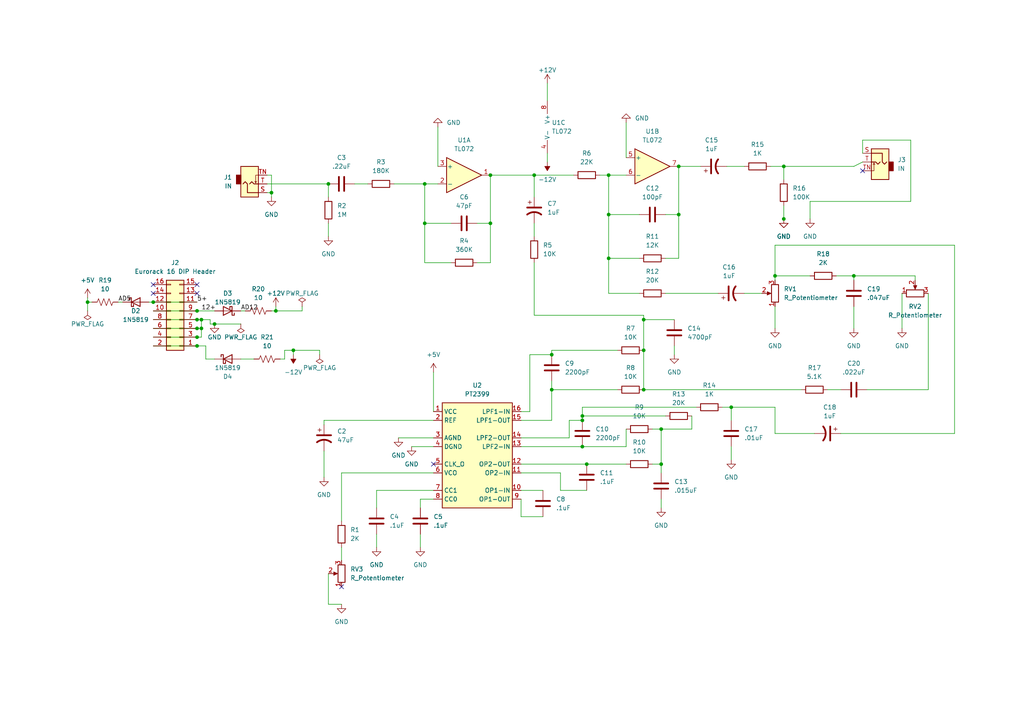
<source format=kicad_sch>
(kicad_sch (version 20230121) (generator eeschema)
  (paper "A4")
  (title_block (title "Delay Michael Nelson") (date "2023-01-19") (rev "v1") (comment 9 "Author: Michael Nelson"))
  (lib_symbols
    (symbol "Amplifier_Operational:TL072" (pin_names (offset 0.127))
      (property "Reference" "U" (at 0 5.08 0))
      (property "Value" "TL072" (at 0 -5.08 0))
      (symbol "TL072_1_1"
        (polyline (pts (xy -5.08 5.08) (xy 5.08 0) (xy -5.08 -5.08) (xy -5.08 5.08)) (stroke (width 0.254)) (fill (type background)))
        (pin output line (at 7.62 0 180) (length 2.54) (name "~") (number "1"))
        (pin input line (at -7.62 -2.54 0) (length 2.54) (name "-") (number "2"))
        (pin input line (at -7.62 2.54 0) (length 2.54) (name "+") (number "3"))
      )
      (symbol "TL072_2_1"
        (polyline (pts (xy -5.08 5.08) (xy 5.08 0) (xy -5.08 -5.08) (xy -5.08 5.08)) (stroke (width 0.254)) (fill (type background)))
        (pin input line (at -7.62 2.54 0) (length 2.54) (name "+") (number "5"))
        (pin input line (at -7.62 -2.54 0) (length 2.54) (name "-") (number "6"))
        (pin output line (at 7.62 0 180) (length 2.54) (name "~") (number "7"))
      )
      (symbol "TL072_3_1"
        (pin power_in line (at -2.54 -7.62 90) (length 3.81) (name "V-") (number "4"))
        (pin power_in line (at -2.54 7.62 270) (length 3.81) (name "V+") (number "8"))
      )
    )
    (symbol "Audio:PT2399"
      (property "Reference" "U" (at 0 17.78 0))
      (property "Value" "PT2399" (at 0 -17.78 0))
      (symbol "PT2399_0_1"
        (rectangle (start -10.16 15.24) (end 10.16 -15.24) (stroke (width 0.254)) (fill (type background)))
      )
      (symbol "PT2399_1_1"
        (pin power_in line (at -12.7 12.7 0) (length 2.54) (name "VCC") (number "1"))
        (pin input line (at 12.7 -10.16 180) (length 2.54) (name "OP1-IN") (number "10"))
        (pin input line (at 12.7 -5.08 180) (length 2.54) (name "OP2-IN") (number "11"))
        (pin output line (at 12.7 -2.54 180) (length 2.54) (name "OP2-OUT") (number "12"))
        (pin input line (at 12.7 2.54 180) (length 2.54) (name "LPF2-IN") (number "13"))
        (pin output line (at 12.7 5.08 180) (length 2.54) (name "LPF2-OUT") (number "14"))
        (pin output line (at 12.7 10.16 180) (length 2.54) (name "LPF1-OUT") (number "15"))
        (pin input line (at 12.7 12.7 180) (length 2.54) (name "LPF1-IN") (number "16"))
        (pin passive line (at -12.7 10.16 0) (length 2.54) (name "REF") (number "2"))
        (pin power_in line (at -12.7 5.08 0) (length 2.54) (name "AGND") (number "3"))
        (pin power_in line (at -12.7 2.54 0) (length 2.54) (name "DGND") (number "4"))
        (pin passive line (at -12.7 -2.54 0) (length 2.54) (name "CLK_O") (number "5"))
        (pin passive line (at -12.7 -5.08 0) (length 2.54) (name "VCO") (number "6"))
        (pin passive line (at -12.7 -10.16 0) (length 2.54) (name "CC1") (number "7"))
        (pin passive line (at -12.7 -12.7 0) (length 2.54) (name "CC0") (number "8"))
        (pin output line (at 12.7 -12.7 180) (length 2.54) (name "OP1-OUT") (number "9"))
      )
    )
    (symbol "Connector:AudioJack2_SwitchT"
      (property "Reference" "J" (at 0 8.89 0))
      (property "Value" "AudioJack2_SwitchT" (at 0 6.35 0))
      (symbol "AudioJack2_SwitchT_0_1"
        (rectangle (start -2.54 0) (end -3.81 -2.54) (stroke (width 0.254)) (fill (type outline)))
        (polyline (pts (xy 1.778 -0.254) (xy 2.032 -0.762)))
        (polyline (pts (xy 0 0) (xy 0.635 -0.635) (xy 1.27 0) (xy 2.54 0)) (stroke (width 0.254)))
        (polyline (pts (xy 2.54 -2.54) (xy 1.778 -2.54) (xy 1.778 -0.254) (xy 1.524 -0.762)))
        (polyline (pts (xy 2.54 2.54) (xy -0.635 2.54) (xy -0.635 0) (xy -1.27 -0.635) (xy -1.905 0)) (stroke (width 0.254)))
        (rectangle (start 2.54 3.81) (end -2.54 -5.08) (stroke (width 0.254)) (fill (type background)))
      )
      (symbol "AudioJack2_SwitchT_1_1"
        (pin passive line (at 5.08 2.54 180) (length 2.54) (name "~") (number "S"))
        (pin passive line (at 5.08 0 180) (length 2.54) (name "~") (number "T"))
        (pin passive line (at 5.08 -2.54 180) (length 2.54) (name "~") (number "TN"))
      )
    )
    (symbol "Connector_Generic:Conn_02x08_Odd_Even" (pin_names (offset 1.016) hide)
      (property "Reference" "J" (at 1.27 10.16 0))
      (property "Value" "Conn_02x08_Odd_Even" (at 1.27 -12.7 0))
      (symbol "Conn_02x08_Odd_Even_1_1"
        (rectangle (start -1.27 -10.033) (end 0 -10.287) (stroke (width 0.1524)))
        (rectangle (start -1.27 -7.493) (end 0 -7.747) (stroke (width 0.1524)))
        (rectangle (start -1.27 -4.953) (end 0 -5.207) (stroke (width 0.1524)))
        (rectangle (start -1.27 -2.413) (end 0 -2.667) (stroke (width 0.1524)))
        (rectangle (start -1.27 0.127) (end 0 -0.127) (stroke (width 0.1524)))
        (rectangle (start -1.27 2.667) (end 0 2.413) (stroke (width 0.1524)))
        (rectangle (start -1.27 5.207) (end 0 4.953) (stroke (width 0.1524)))
        (rectangle (start -1.27 7.747) (end 0 7.493) (stroke (width 0.1524)))
        (rectangle (start -1.27 8.89) (end 3.81 -11.43) (stroke (width 0.254)) (fill (type background)))
        (rectangle (start 3.81 -10.033) (end 2.54 -10.287) (stroke (width 0.1524)))
        (rectangle (start 3.81 -7.493) (end 2.54 -7.747) (stroke (width 0.1524)))
        (rectangle (start 3.81 -4.953) (end 2.54 -5.207) (stroke (width 0.1524)))
        (rectangle (start 3.81 -2.413) (end 2.54 -2.667) (stroke (width 0.1524)))
        (rectangle (start 3.81 0.127) (end 2.54 -0.127) (stroke (width 0.1524)))
        (rectangle (start 3.81 2.667) (end 2.54 2.413) (stroke (width 0.1524)))
        (rectangle (start 3.81 5.207) (end 2.54 4.953) (stroke (width 0.1524)))
        (rectangle (start 3.81 7.747) (end 2.54 7.493) (stroke (width 0.1524)))
        (pin passive line (at -5.08 7.62 0) (length 3.81) (name "Pin_1") (number "1"))
        (pin passive line (at 7.62 -2.54 180) (length 3.81) (name "Pin_10") (number "10"))
        (pin passive line (at -5.08 -5.08 0) (length 3.81) (name "Pin_11") (number "11"))
        (pin passive line (at 7.62 -5.08 180) (length 3.81) (name "Pin_12") (number "12"))
        (pin passive line (at -5.08 -7.62 0) (length 3.81) (name "Pin_13") (number "13"))
        (pin passive line (at 7.62 -7.62 180) (length 3.81) (name "Pin_14") (number "14"))
        (pin passive line (at -5.08 -10.16 0) (length 3.81) (name "Pin_15") (number "15"))
        (pin passive line (at 7.62 -10.16 180) (length 3.81) (name "Pin_16") (number "16"))
        (pin passive line (at 7.62 7.62 180) (length 3.81) (name "Pin_2") (number "2"))
        (pin passive line (at -5.08 5.08 0) (length 3.81) (name "Pin_3") (number "3"))
        (pin passive line (at 7.62 5.08 180) (length 3.81) (name "Pin_4") (number "4"))
        (pin passive line (at -5.08 2.54 0) (length 3.81) (name "Pin_5") (number "5"))
        (pin passive line (at 7.62 2.54 180) (length 3.81) (name "Pin_6") (number "6"))
        (pin passive line (at -5.08 0 0) (length 3.81) (name "Pin_7") (number "7"))
        (pin passive line (at 7.62 0 180) (length 3.81) (name "Pin_8") (number "8"))
        (pin passive line (at -5.08 -2.54 0) (length 3.81) (name "Pin_9") (number "9"))
      )
    )
    (symbol "Device:C" (pin_numbers hide) (pin_names (offset 0.254))
      (property "Reference" "C" (at 0.635 2.54 0))
      (property "Value" "C" (at 0.635 -2.54 0))
      (symbol "C_0_1"
        (polyline (pts (xy -2.032 -0.762) (xy 2.032 -0.762)) (stroke (width 0.508)))
        (polyline (pts (xy -2.032 0.762) (xy 2.032 0.762)) (stroke (width 0.508)))
      )
      (symbol "C_1_1"
        (pin passive line (at 0 3.81 270) (length 2.794) (name "~") (number "1"))
        (pin passive line (at 0 -3.81 90) (length 2.794) (name "~") (number "2"))
      )
    )
    (symbol "Device:C_Polarized_US" (pin_numbers hide) (pin_names (offset 0.254) hide)
      (property "Reference" "C" (at 0.635 2.54 0))
      (property "Value" "C_Polarized_US" (at 0.635 -2.54 0))
      (symbol "C_Polarized_US_0_1"
        (polyline (pts (xy -2.032 0.762) (xy 2.032 0.762)) (stroke (width 0.508)))
        (polyline (pts (xy -1.778 2.286) (xy -0.762 2.286)))
        (polyline (pts (xy -1.27 1.778) (xy -1.27 2.794)))
        (arc (start 2.032 -1.27) (mid 0 -0.5572) (end -2.032 -1.27) (stroke (width 0.508)))
      )
      (symbol "C_Polarized_US_1_1"
        (pin passive line (at 0 3.81 270) (length 2.794) (name "~") (number "1"))
        (pin passive line (at 0 -3.81 90) (length 3.302) (name "~") (number "2"))
      )
    )
    (symbol "Device:R" (pin_numbers hide) (pin_names (offset 0))
      (property "Reference" "R" (at 2.032 0 90))
      (property "Value" "R" (at 0 0 90))
      (symbol "R_0_1"
        (rectangle (start -1.016 -2.54) (end 1.016 2.54) (stroke (width 0.254)))
      )
      (symbol "R_1_1"
        (pin passive line (at 0 3.81 270) (length 1.27) (name "~") (number "1"))
        (pin passive line (at 0 -3.81 90) (length 1.27) (name "~") (number "2"))
      )
    )
    (symbol "Device:R_Potentiometer" (pin_names (offset 1.016) hide)
      (property "Reference" "RV" (at -4.445 0 90))
      (property "Value" "R_Potentiometer" (at -2.54 0 90))
      (symbol "R_Potentiometer_0_1"
        (polyline (pts (xy 2.54 0) (xy 1.524 0)))
        (polyline (pts (xy 1.143 0) (xy 2.286 0.508) (xy 2.286 -0.508) (xy 1.143 0)) (fill (type outline)))
        (rectangle (start 1.016 2.54) (end -1.016 -2.54) (stroke (width 0.254)))
      )
      (symbol "R_Potentiometer_1_1"
        (pin passive line (at 0 3.81 270) (length 1.27) (name "1") (number "1"))
        (pin passive line (at 3.81 0 180) (length 1.27) (name "2") (number "2"))
        (pin passive line (at 0 -3.81 90) (length 1.27) (name "3") (number "3"))
      )
    )
    (symbol "Device:R_US" (pin_numbers hide) (pin_names (offset 0))
      (property "Reference" "R" (at 2.54 0 90))
      (property "Value" "R_US" (at -2.54 0 90))
      (symbol "R_US_0_1"
        (polyline (pts (xy 0 -2.286) (xy 0 -2.54)))
        (polyline (pts (xy 0 2.286) (xy 0 2.54)))
        (polyline (pts (xy 0 -0.762) (xy 1.016 -1.143) (xy 0 -1.524) (xy -1.016 -1.905) (xy 0 -2.286)))
        (polyline (pts (xy 0 0.762) (xy 1.016 0.381) (xy 0 0) (xy -1.016 -0.381) (xy 0 -0.762)))
        (polyline (pts (xy 0 2.286) (xy 1.016 1.905) (xy 0 1.524) (xy -1.016 1.143) (xy 0 0.762)))
      )
      (symbol "R_US_1_1"
        (pin passive line (at 0 3.81 270) (length 1.27) (name "~") (number "1"))
        (pin passive line (at 0 -3.81 90) (length 1.27) (name "~") (number "2"))
      )
    )
    (symbol "Diode:1N5819" (pin_numbers hide) (pin_names (offset 1.016) hide)
      (property "Reference" "D" (at 0 2.54 0))
      (property "Value" "1N5819" (at 0 -2.54 0))
      (symbol "1N5819_0_1"
        (polyline (pts (xy 1.27 0) (xy -1.27 0)))
        (polyline (pts (xy 1.27 1.27) (xy 1.27 -1.27) (xy -1.27 0) (xy 1.27 1.27)) (stroke (width 0.254)))
        (polyline (pts (xy -1.905 0.635) (xy -1.905 1.27) (xy -1.27 1.27) (xy -1.27 -1.27) (xy -0.635 -1.27) (xy -0.635 -0.635)) (stroke (width 0.254)))
      )
      (symbol "1N5819_1_1"
        (pin passive line (at -3.81 0 0) (length 2.54) (name "K") (number "1"))
        (pin passive line (at 3.81 0 180) (length 2.54) (name "A") (number "2"))
      )
    )
    (symbol "power:+12V" (power) (pin_names (offset 0))
      (property "Value" "+12V" (at 0 3.556 0))
      (symbol "+12V_0_1"
        (polyline (pts (xy -0.762 1.27) (xy 0 2.54)))
        (polyline (pts (xy 0 0) (xy 0 2.54)))
        (polyline (pts (xy 0 2.54) (xy 0.762 1.27)))
      )
      (symbol "+12V_1_1"
        (pin power_in line (at 0 0 90) (length 0) hide (name "+12V") (number "1"))
      )
    )
    (symbol "power:+5V" (power) (pin_names (offset 0))
      (property "Value" "+5V" (at 0 3.556 0))
      (symbol "+5V_0_1"
        (polyline (pts (xy -0.762 1.27) (xy 0 2.54)))
        (polyline (pts (xy 0 0) (xy 0 2.54)))
        (polyline (pts (xy 0 2.54) (xy 0.762 1.27)))
      )
      (symbol "+5V_1_1"
        (pin power_in line (at 0 0 90) (length 0) hide (name "+5V") (number "1"))
      )
    )
    (symbol "power:-12V" (power) (pin_names (offset 0))
      (property "Value" "-12V" (at 0 3.81 0))
      (symbol "-12V_0_0"
        (pin power_in line (at 0 0 90) (length 0) hide (name "-12V") (number "1"))
      )
      (symbol "-12V_0_1"
        (polyline (pts (xy 0 0) (xy 0 1.27) (xy 0.762 1.27) (xy 0 2.54) (xy -0.762 1.27) (xy 0 1.27)) (fill (type outline)))
      )
    )
    (symbol "power:GND" (power) (pin_names (offset 0))
      (property "Value" "GND" (at 0 -3.81 0))
      (symbol "GND_0_1"
        (polyline (pts (xy 0 0) (xy 0 -1.27) (xy 1.27 -1.27) (xy 0 -2.54) (xy -1.27 -1.27) (xy 0 -1.27)))
      )
      (symbol "GND_1_1"
        (pin power_in line (at 0 0 270) (length 0) hide (name "GND") (number "1"))
      )
    )
    (symbol "power:PWR_FLAG" (power) (pin_numbers hide) (pin_names (offset 0) hide)
      (property "Value" "PWR_FLAG" (at 0 3.81 0))
      (symbol "PWR_FLAG_0_0"
        (pin power_out line (at 0 0 90) (length 0) (name "pwr") (number "1"))
      )
      (symbol "PWR_FLAG_0_1"
        (polyline (pts (xy 0 0) (xy 0 1.27) (xy -1.016 1.905) (xy 0 2.54) (xy 1.016 1.905) (xy 0 1.27)))
      )
    )
  )
  (junction (at 224.79 80.01))
  (junction (at 212.09 118.11))
  (junction (at 57.15 95.25))
  (junction (at 176.53 62.23))
  (junction (at 160.02 102.87))
  (junction (at 247.65 80.01))
  (junction (at 196.85 48.26))
  (junction (at 176.53 74.93))
  (junction (at 176.53 50.8))
  (junction (at 196.85 62.23))
  (junction (at 62.23 93.98))
  (junction (at 186.69 101.6))
  (junction (at 142.24 64.77))
  (junction (at 123.19 64.77))
  (junction (at 168.91 129.54))
  (junction (at 78.74 55.88))
  (junction (at 142.24 50.8))
  (junction (at 44.45 87.63))
  (junction (at 57.15 92.71))
  (junction (at 123.19 53.34))
  (junction (at 154.94 50.8))
  (junction (at 227.33 63.5))
  (junction (at 25.4 87.63))
  (junction (at 80.01 90.17))
  (junction (at 160.02 113.03))
  (junction (at 57.15 100.33))
  (junction (at 191.77 124.46))
  (junction (at 85.09 101.6))
  (junction (at 191.77 134.62))
  (junction (at 168.91 120.65))
  (junction (at 227.33 48.26))
  (junction (at 186.69 92.71))
  (junction (at 58.42 92.71))
  (junction (at 186.69 113.03))
  (junction (at 168.91 121.92))
  (junction (at 58.42 95.25))
  (junction (at 170.18 134.62))
  (junction (at 95.25 53.34))
  (junction (at 57.15 90.17))
  (junction (at 57.15 97.79))
  (no_connect (at 57.15 85.09))
  (no_connect (at 125.73 134.62))
  (no_connect (at 44.45 85.09))
  (no_connect (at 99.06 170.18))
  (no_connect (at 44.45 82.55))
  (no_connect (at 57.15 82.55))
  (no_connect (at 250.19 49.53))
  (wire (pts (xy 78.74 90.17) (xy 80.01 90.17)))
  (wire (pts (xy 99.06 151.13) (xy 99.06 137.16)))
  (wire (pts (xy 189.23 124.46) (xy 191.77 124.46)))
  (wire (pts (xy 151.13 142.24) (xy 157.48 142.24)))
  (wire (pts (xy 276.86 71.12) (xy 224.79 71.12)))
  (wire (pts (xy 82.55 101.6) (xy 82.55 104.14)))
  (wire (pts (xy 264.16 40.64) (xy 264.16 58.42)))
  (wire (pts (xy 69.85 90.17) (xy 71.12 90.17)))
  (wire (pts (xy 85.09 101.6) (xy 82.55 101.6)))
  (wire (pts (xy 247.65 80.01) (xy 265.43 80.01)))
  (wire (pts (xy 261.62 85.09) (xy 261.62 95.25)))
  (wire (pts (xy 212.09 129.54) (xy 212.09 133.35)))
  (wire (pts (xy 81.28 104.14) (xy 82.55 104.14)))
  (wire (pts (xy 168.91 118.11) (xy 168.91 120.65)))
  (wire (pts (xy 57.15 90.17) (xy 62.23 90.17)))
  (wire (pts (xy 191.77 144.78) (xy 191.77 147.32)))
  (wire (pts (xy 138.43 64.77) (xy 142.24 64.77)))
  (wire (pts (xy 121.92 144.78) (xy 125.73 144.78)))
  (wire (pts (xy 215.9 85.09) (xy 220.98 85.09)))
  (wire (pts (xy 158.75 24.13) (xy 158.75 29.21)))
  (wire (pts (xy 142.24 64.77) (xy 142.24 76.2)))
  (wire (pts (xy 44.45 87.63) (xy 57.15 87.63)))
  (wire (pts (xy 77.47 50.8) (xy 78.74 50.8)))
  (wire (pts (xy 58.42 95.25) (xy 58.42 92.71)))
  (wire (pts (xy 191.77 137.16) (xy 191.77 134.62)))
  (wire (pts (xy 154.94 76.2) (xy 154.94 91.44)))
  (wire (pts (xy 130.81 76.2) (xy 123.19 76.2)))
  (wire (pts (xy 57.15 92.71) (xy 58.42 92.71)))
  (wire (pts (xy 181.61 124.46) (xy 181.61 129.54)))
  (wire (pts (xy 200.66 124.46) (xy 191.77 124.46)))
  (wire (pts (xy 44.45 97.79) (xy 57.15 97.79)))
  (wire (pts (xy 179.07 113.03) (xy 160.02 113.03)))
  (wire (pts (xy 193.04 85.09) (xy 208.28 85.09)))
  (wire (pts (xy 151.13 121.92) (xy 160.02 121.92)))
  (wire (pts (xy 153.67 102.87) (xy 160.02 102.87)))
  (wire (pts (xy 165.1 121.92) (xy 168.91 121.92)))
  (wire (pts (xy 200.66 120.65) (xy 200.66 124.46)))
  (wire (pts (xy 176.53 50.8) (xy 181.61 50.8)))
  (wire (pts (xy 236.22 125.73) (xy 224.79 125.73)))
  (wire (pts (xy 58.42 92.71) (xy 60.96 92.71)))
  (wire (pts (xy 44.45 92.71) (xy 57.15 92.71)))
  (wire (pts (xy 115.57 127) (xy 125.73 127)))
  (wire (pts (xy 80.01 90.17) (xy 87.63 90.17)))
  (wire (pts (xy 44.45 90.17) (xy 57.15 90.17)))
  (wire (pts (xy 165.1 127) (xy 165.1 121.92)))
  (wire (pts (xy 102.87 53.34) (xy 106.68 53.34)))
  (wire (pts (xy 158.75 44.45) (xy 158.75 46.99)))
  (wire (pts (xy 234.95 80.01) (xy 224.79 80.01)))
  (wire (pts (xy 227.33 52.07) (xy 227.33 48.26)))
  (wire (pts (xy 121.92 154.94) (xy 121.92 158.75)))
  (wire (pts (xy 191.77 124.46) (xy 191.77 134.62)))
  (wire (pts (xy 44.45 95.25) (xy 57.15 95.25)))
  (wire (pts (xy 189.23 134.62) (xy 191.77 134.62)))
  (wire (pts (xy 77.47 53.34) (xy 95.25 53.34)))
  (wire (pts (xy 62.23 93.98) (xy 69.85 93.98)))
  (wire (pts (xy 151.13 129.54) (xy 168.91 129.54)))
  (wire (pts (xy 130.81 64.77) (xy 123.19 64.77)))
  (wire (pts (xy 154.94 64.77) (xy 154.94 68.58)))
  (wire (pts (xy 153.67 119.38) (xy 153.67 102.87)))
  (wire (pts (xy 25.4 87.63) (xy 26.67 87.63)))
  (wire (pts (xy 142.24 50.8) (xy 142.24 64.77)))
  (wire (pts (xy 78.74 55.88) (xy 78.74 57.15)))
  (wire (pts (xy 154.94 91.44) (xy 186.69 91.44)))
  (wire (pts (xy 250.19 44.45) (xy 250.19 40.64)))
  (wire (pts (xy 160.02 113.03) (xy 160.02 121.92)))
  (wire (pts (xy 95.25 53.34) (xy 95.25 57.15)))
  (wire (pts (xy 250.19 40.64) (xy 264.16 40.64)))
  (wire (pts (xy 160.02 110.49) (xy 160.02 113.03)))
  (wire (pts (xy 92.71 102.87) (xy 92.71 101.6)))
  (wire (pts (xy 154.94 57.15) (xy 154.94 50.8)))
  (wire (pts (xy 223.52 48.26) (xy 227.33 48.26)))
  (wire (pts (xy 142.24 50.8) (xy 154.94 50.8)))
  (wire (pts (xy 243.84 125.73) (xy 276.86 125.73)))
  (wire (pts (xy 193.04 120.65) (xy 168.91 120.65)))
  (wire (pts (xy 69.85 104.14) (xy 73.66 104.14)))
  (wire (pts (xy 168.91 120.65) (xy 168.91 121.92)))
  (wire (pts (xy 85.09 101.6) (xy 92.71 101.6)))
  (wire (pts (xy 119.38 129.54) (xy 125.73 129.54)))
  (wire (pts (xy 151.13 137.16) (xy 162.56 137.16)))
  (wire (pts (xy 196.85 62.23) (xy 196.85 74.93)))
  (wire (pts (xy 123.19 53.34) (xy 127 53.34)))
  (wire (pts (xy 93.98 121.92) (xy 125.73 121.92)))
  (wire (pts (xy 162.56 142.24) (xy 162.56 137.16)))
  (wire (pts (xy 123.19 64.77) (xy 123.19 76.2)))
  (wire (pts (xy 95.25 166.37) (xy 95.25 175.26)))
  (wire (pts (xy 58.42 97.79) (xy 58.42 95.25)))
  (wire (pts (xy 93.98 121.92) (xy 93.98 123.19)))
  (wire (pts (xy 265.43 81.28) (xy 265.43 80.01)))
  (wire (pts (xy 87.63 88.9) (xy 87.63 90.17)))
  (wire (pts (xy 85.09 102.87) (xy 85.09 101.6)))
  (wire (pts (xy 276.86 125.73) (xy 276.86 71.12)))
  (wire (pts (xy 224.79 71.12) (xy 224.79 80.01)))
  (wire (pts (xy 34.29 87.63) (xy 35.56 87.63)))
  (wire (pts (xy 224.79 80.01) (xy 224.79 81.28)))
  (wire (pts (xy 250.19 46.99) (xy 247.65 48.26)))
  (wire (pts (xy 181.61 35.56) (xy 181.61 45.72)))
  (wire (pts (xy 25.4 87.63) (xy 25.4 90.17)))
  (wire (pts (xy 168.91 129.54) (xy 181.61 129.54)))
  (wire (pts (xy 121.92 147.32) (xy 121.92 144.78)))
  (wire (pts (xy 247.65 80.01) (xy 247.65 81.28)))
  (wire (pts (xy 170.18 142.24) (xy 162.56 142.24)))
  (wire (pts (xy 193.04 62.23) (xy 196.85 62.23)))
  (wire (pts (xy 176.53 50.8) (xy 176.53 62.23)))
  (wire (pts (xy 227.33 48.26) (xy 247.65 48.26)))
  (wire (pts (xy 59.69 100.33) (xy 57.15 100.33)))
  (wire (pts (xy 224.79 125.73) (xy 224.79 118.11)))
  (wire (pts (xy 227.33 59.69) (xy 227.33 63.5)))
  (wire (pts (xy 151.13 127) (xy 165.1 127)))
  (wire (pts (xy 151.13 144.78) (xy 151.13 149.86)))
  (wire (pts (xy 185.42 74.93) (xy 176.53 74.93)))
  (wire (pts (xy 109.22 147.32) (xy 109.22 142.24)))
  (wire (pts (xy 60.96 92.71) (xy 60.96 93.98)))
  (wire (pts (xy 93.98 130.81) (xy 93.98 138.43)))
  (wire (pts (xy 151.13 134.62) (xy 170.18 134.62)))
  (wire (pts (xy 114.3 53.34) (xy 123.19 53.34)))
  (wire (pts (xy 95.25 64.77) (xy 95.25 68.58)))
  (wire (pts (xy 125.73 107.95) (xy 125.73 119.38)))
  (wire (pts (xy 195.58 92.71) (xy 186.69 92.71)))
  (wire (pts (xy 186.69 101.6) (xy 186.69 113.03)))
  (wire (pts (xy 160.02 101.6) (xy 160.02 102.87)))
  (wire (pts (xy 127 36.83) (xy 127 48.26)))
  (wire (pts (xy 60.96 93.98) (xy 62.23 93.98)))
  (wire (pts (xy 242.57 80.01) (xy 247.65 80.01)))
  (wire (pts (xy 57.15 97.79) (xy 58.42 97.79)))
  (wire (pts (xy 157.48 149.86) (xy 151.13 149.86)))
  (wire (pts (xy 57.15 95.25) (xy 58.42 95.25)))
  (wire (pts (xy 151.13 119.38) (xy 153.67 119.38)))
  (wire (pts (xy 196.85 48.26) (xy 196.85 62.23)))
  (wire (pts (xy 186.69 92.71) (xy 186.69 101.6)))
  (wire (pts (xy 269.24 85.09) (xy 269.24 113.03)))
  (wire (pts (xy 195.58 100.33) (xy 195.58 102.87)))
  (wire (pts (xy 173.99 50.8) (xy 176.53 50.8)))
  (wire (pts (xy 138.43 76.2) (xy 142.24 76.2)))
  (wire (pts (xy 212.09 118.11) (xy 224.79 118.11)))
  (wire (pts (xy 186.69 91.44) (xy 186.69 92.71)))
  (wire (pts (xy 212.09 118.11) (xy 212.09 121.92)))
  (wire (pts (xy 109.22 142.24) (xy 125.73 142.24)))
  (wire (pts (xy 123.19 64.77) (xy 123.19 53.34)))
  (wire (pts (xy 78.74 50.8) (xy 78.74 55.88)))
  (wire (pts (xy 62.23 104.14) (xy 59.69 104.14)))
  (wire (pts (xy 210.82 48.26) (xy 215.9 48.26)))
  (wire (pts (xy 176.53 62.23) (xy 176.53 74.93)))
  (wire (pts (xy 25.4 86.36) (xy 25.4 87.63)))
  (wire (pts (xy 80.01 88.9) (xy 80.01 90.17)))
  (wire (pts (xy 154.94 50.8) (xy 166.37 50.8)))
  (wire (pts (xy 185.42 62.23) (xy 176.53 62.23)))
  (wire (pts (xy 201.93 118.11) (xy 168.91 118.11)))
  (wire (pts (xy 77.47 55.88) (xy 78.74 55.88)))
  (wire (pts (xy 99.06 158.75) (xy 99.06 162.56)))
  (wire (pts (xy 240.03 113.03) (xy 243.84 113.03)))
  (wire (pts (xy 109.22 154.94) (xy 109.22 158.75)))
  (wire (pts (xy 209.55 118.11) (xy 212.09 118.11)))
  (wire (pts (xy 95.25 175.26) (xy 99.06 175.26)))
  (wire (pts (xy 193.04 74.93) (xy 196.85 74.93)))
  (wire (pts (xy 99.06 137.16) (xy 125.73 137.16)))
  (wire (pts (xy 234.95 58.42) (xy 234.95 63.5)))
  (wire (pts (xy 196.85 48.26) (xy 203.2 48.26)))
  (wire (pts (xy 251.46 113.03) (xy 269.24 113.03)))
  (wire (pts (xy 247.65 88.9) (xy 247.65 95.25)))
  (wire (pts (xy 170.18 134.62) (xy 181.61 134.62)))
  (wire (pts (xy 185.42 85.09) (xy 176.53 85.09)))
  (wire (pts (xy 176.53 74.93) (xy 176.53 85.09)))
  (wire (pts (xy 43.18 87.63) (xy 44.45 87.63)))
  (wire (pts (xy 224.79 88.9) (xy 224.79 95.25)))
  (wire (pts (xy 59.69 104.14) (xy 59.69 100.33)))
  (wire (pts (xy 186.69 113.03) (xy 232.41 113.03)))
  (wire (pts (xy 179.07 101.6) (xy 160.02 101.6)))
  (wire (pts (xy 234.95 58.42) (xy 264.16 58.42)))
  (wire (pts (xy 44.45 100.33) (xy 57.15 100.33)))
  (label "12+" (at 58.42 90.17 0))
  (label "AD12" (at 69.85 90.17 0))
  (label "5+" (at 57.15 87.63 0))
  (label "AD5" (at 34.29 87.63 0))
  (symbol (lib_id "Device:R") (at 219.71 48.26 270) (unit 1)
    (property "Reference" "R15" (at 219.71 41.91 90))
    (property "Value" "1K" (at 219.71 44.45 90))
    (property "Footprint" "Resistor_THT:R_Axial_DIN0207_L6.3mm_D2.5mm_P7.62mm_Horizontal" (effects hide))
  )
  (symbol (lib_id "Device:R") (at 182.88 113.03 90) (unit 1)
    (property "Reference" "R8" (at 182.88 106.68 90))
    (property "Value" "10K" (at 182.88 109.22 90))
    (property "Footprint" "Resistor_THT:R_Axial_DIN0207_L6.3mm_D2.5mm_P7.62mm_Horizontal" (effects hide))
  )
  (symbol (lib_id "Connector:AudioJack2_SwitchT") (at 255.27 46.99 0) (mirror y) (unit 1)
    (property "Reference" "J3" (at 260.35 46.3549 0) (effects (justify right)))
    (property "Value" "IN" (at 260.35 48.8949 0) (effects (justify right)))
    (property "Footprint" "Connector_Audio:Jack_3.5mm_QingPu_WQP-PJ398SM_Vertical_CircularHoles" (effects hide))
  )
  (symbol (lib_id "power:GND") (at 181.61 35.56 180) (unit 1)
    (property "Reference" "#PWR025" (effects hide))
    (property "Value" "GND" (at 184.15 34.2899 0) (effects (justify right)))
  )
  (symbol (lib_id "Device:R") (at 238.76 80.01 270) (unit 1)
    (property "Reference" "R18" (at 238.76 73.66 90))
    (property "Value" "2K" (at 238.76 76.2 90))
    (property "Footprint" "Resistor_THT:R_Axial_DIN0207_L6.3mm_D2.5mm_P7.62mm_Horizontal" (effects hide))
  )
  (symbol (lib_id "Device:R") (at 196.85 120.65 90) (unit 1)
    (property "Reference" "R13" (at 196.85 114.3 90))
    (property "Value" "20K" (at 196.85 116.84 90))
    (property "Footprint" "Resistor_THT:R_Axial_DIN0207_L6.3mm_D2.5mm_P7.62mm_Horizontal" (effects hide))
  )
  (symbol (lib_id "Audio:PT2399") (at 138.43 132.08 0) (unit 1)
    (property "Reference" "U2" (at 138.43 111.76 0))
    (property "Value" "PT2399" (at 138.43 114.3 0))
    (property "Footprint" "Package_DIP:DIP-16_W7.62mm" (effects hide))
    (property "Datasheet" "http://sound.westhost.com/pt2399.pdf" (effects hide))
  )
  (symbol (lib_id "Amplifier_Operational:TL072") (at 134.62 50.8 0) (unit 1)
    (property "Reference" "U1" (at 134.62 40.64 0))
    (property "Value" "TL072" (at 134.62 43.18 0))
    (property "Footprint" "Package_DIP:DIP-8_W7.62mm" (effects hide))
    (property "Datasheet" "http://www.ti.com/lit/ds/symlink/tl071.pdf" (effects hide))
  )
  (symbol (lib_id "power:GND") (at 261.62 95.25 0) (unit 1)
    (property "Reference" "#PWR018" (effects hide))
    (property "Value" "GND" (at 261.62 100.33 0))
  )
  (symbol (lib_id "Device:C") (at 247.65 113.03 270) (unit 1)
    (property "Reference" "C20" (at 247.65 105.41 90))
    (property "Value" ".022uF" (at 247.65 107.95 90))
    (property "Footprint" "Capacitor_THT:C_Disc_D3.8mm_W2.6mm_P2.50mm" (effects hide))
  )
  (symbol (lib_id "power:GND") (at 247.65 95.25 0) (unit 1)
    (property "Reference" "#PWR017" (effects hide))
    (property "Value" "GND" (at 247.65 100.33 0))
  )
  (symbol (lib_id "Device:C") (at 212.09 125.73 0) (unit 1)
    (property "Reference" "C17" (at 215.9 124.4599 0) (effects (justify left)))
    (property "Value" ".01uF" (at 215.9 126.9999 0) (effects (justify left)))
    (property "Footprint" "Capacitor_THT:C_Disc_D3.8mm_W2.6mm_P2.50mm" (effects hide))
  )
  (symbol (lib_id "Device:C") (at 170.18 138.43 0) (unit 1)
    (property "Reference" "C11" (at 173.99 137.1599 0) (effects (justify left)))
    (property "Value" ".1uF" (at 173.99 139.6999 0) (effects (justify left)))
    (property "Footprint" "Capacitor_THT:C_Disc_D3.8mm_W2.6mm_P2.50mm" (effects hide))
  )
  (symbol (lib_id "power:+5V") (at 25.4 86.36 0) (unit 1)
    (property "Reference" "#PWRm0102" (effects hide))
    (property "Value" "+5V" (at 25.4 81.28 0))
  )
  (symbol (lib_id "Device:R") (at 189.23 85.09 270) (unit 1)
    (property "Reference" "R12" (at 189.23 78.74 90))
    (property "Value" "20K" (at 189.23 81.28 90))
    (property "Footprint" "Resistor_THT:R_Axial_DIN0207_L6.3mm_D2.5mm_P7.62mm_Horizontal" (effects hide))
  )
  (symbol (lib_id "Device:R") (at 189.23 74.93 270) (unit 1)
    (property "Reference" "R11" (at 189.23 68.58 90))
    (property "Value" "12K" (at 189.23 71.12 90))
    (property "Footprint" "Resistor_THT:R_Axial_DIN0207_L6.3mm_D2.5mm_P7.62mm_Horizontal" (effects hide))
  )
  (symbol (lib_id "Device:R_Potentiometer") (at 99.06 166.37 180) (unit 1)
    (property "Reference" "RV3" (at 101.6 165.0999 0) (effects (justify right)))
    (property "Value" "R_Potentiometer" (at 101.6 167.6399 0) (effects (justify right)))
    (property "Footprint" "Custom_Footprints:Alpha_9mm_Potentiometer" (effects hide))
  )
  (symbol (lib_id "Device:R_US") (at 30.48 87.63 270) (unit 1)
    (property "Reference" "R19" (at 30.48 81.28 90))
    (property "Value" "10" (at 30.48 83.82 90))
    (property "Footprint" "Resistor_THT:R_Axial_DIN0207_L6.3mm_D2.5mm_P7.62mm_Horizontal" (effects hide))
  )
  (symbol (lib_id "Device:C") (at 99.06 53.34 90) (unit 1)
    (property "Reference" "C3" (at 99.06 45.72 90))
    (property "Value" ".22uF" (at 99.06 48.26 90))
    (property "Footprint" "Capacitor_THT:C_Disc_D3.8mm_W2.6mm_P2.50mm" (effects hide))
  )
  (symbol (lib_id "Device:R") (at 99.06 154.94 0) (unit 1)
    (property "Reference" "R1" (at 101.6 153.6699 0) (effects (justify left)))
    (property "Value" "2K" (at 101.6 156.2099 0) (effects (justify left)))
    (property "Footprint" "Resistor_THT:R_Axial_DIN0207_L6.3mm_D2.5mm_P7.62mm_Horizontal" (effects hide))
  )
  (symbol (lib_id "Device:R") (at 236.22 113.03 270) (unit 1)
    (property "Reference" "R17" (at 236.22 106.68 90))
    (property "Value" "5.1K" (at 236.22 109.22 90))
    (property "Footprint" "Resistor_THT:R_Axial_DIN0207_L6.3mm_D2.5mm_P7.62mm_Horizontal" (effects hide))
  )
  (symbol (lib_id "power:PWR_FLAG") (at 69.85 93.98 180) (unit 1)
    (property "Reference" "#FLG02" (effects hide))
    (property "Value" "PWR_FLAG" (at 69.85 97.79 0))
  )
  (symbol (lib_id "power:-12V") (at 158.75 46.99 180) (unit 1)
    (property "Reference" "#PWR024" (effects hide))
    (property "Value" "-12V" (at 158.75 52.07 0))
  )
  (symbol (lib_id "Diode:1N5819") (at 66.04 90.17 180) (unit 1)
    (property "Reference" "D3" (at 66.04 85.09 0))
    (property "Value" "1N5819" (at 66.04 87.63 0))
    (property "Footprint" "Diode_THT:D_DO-41_SOD81_P10.16mm_Horizontal" (effects hide))
    (property "Datasheet" "http://www.vishay.com/docs/88525/1n5817.pdf" (effects hide))
  )
  (symbol (lib_id "Device:C") (at 109.22 151.13 0) (unit 1)
    (property "Reference" "C4" (at 113.03 149.8599 0) (effects (justify left)))
    (property "Value" ".1uF" (at 113.03 152.3999 0) (effects (justify left)))
    (property "Footprint" "Capacitor_THT:C_Disc_D3.8mm_W2.6mm_P2.50mm" (effects hide))
  )
  (symbol (lib_id "Device:R") (at 182.88 101.6 90) (unit 1)
    (property "Reference" "R7" (at 182.88 95.25 90))
    (property "Value" "10K" (at 182.88 97.79 90))
    (property "Footprint" "Resistor_THT:R_Axial_DIN0207_L6.3mm_D2.5mm_P7.62mm_Horizontal" (effects hide))
  )
  (symbol (lib_id "Device:C_Polarized_US") (at 154.94 60.96 0) (unit 1)
    (property "Reference" "C7" (at 158.75 59.0549 0) (effects (justify left)))
    (property "Value" "1uF" (at 158.75 61.5949 0) (effects (justify left)))
    (property "Footprint" "Capacitor_THT:CP_Radial_D5.0mm_P2.00mm" (effects hide))
  )
  (symbol (lib_id "Diode:1N5819") (at 39.37 87.63 0) (unit 1)
    (property "Reference" "D2" (at 39.37 90.17 0))
    (property "Value" "1N5819" (at 39.37 92.71 0))
    (property "Footprint" "Diode_THT:D_DO-41_SOD81_P10.16mm_Horizontal" (effects hide))
    (property "Datasheet" "http://www.vishay.com/docs/88525/1n5817.pdf" (effects hide))
  )
  (symbol (lib_id "power:-12V") (at 85.09 102.87 180) (unit 1)
    (property "Reference" "#PWR021" (effects hide))
    (property "Value" "-12V" (at 85.09 107.95 0))
  )
  (symbol (lib_id "power:GND") (at 115.57 127 0) (unit 1)
    (property "Reference" "#PWR07" (effects hide))
    (property "Value" "GND" (at 115.57 132.08 0))
  )
  (symbol (lib_id "Device:R") (at 170.18 50.8 270) (unit 1)
    (property "Reference" "R6" (at 170.18 44.45 90))
    (property "Value" "22K" (at 170.18 46.99 90))
    (property "Footprint" "Resistor_THT:R_Axial_DIN0207_L6.3mm_D2.5mm_P7.62mm_Horizontal" (effects hide))
  )
  (symbol (lib_id "Device:R") (at 185.42 134.62 90) (unit 1)
    (property "Reference" "R10" (at 185.42 128.27 90))
    (property "Value" "10K" (at 185.42 130.81 90))
    (property "Footprint" "Resistor_THT:R_Axial_DIN0207_L6.3mm_D2.5mm_P7.62mm_Horizontal" (effects hide))
  )
  (symbol (lib_id "Device:C") (at 160.02 106.68 0) (unit 1)
    (property "Reference" "C9" (at 163.83 105.4099 0) (effects (justify left)))
    (property "Value" "2200pF" (at 163.83 107.9499 0) (effects (justify left)))
    (property "Footprint" "Capacitor_THT:C_Disc_D3.8mm_W2.6mm_P2.50mm" (effects hide))
  )
  (symbol (lib_id "power:GND") (at 227.33 63.5 0) (unit 1)
    (property "Reference" "#PWR015" (effects hide))
    (property "Value" "GND" (at 227.33 68.58 0))
  )
  (symbol (lib_id "power:GND") (at 109.22 158.75 0) (unit 1)
    (property "Reference" "#PWR06" (effects hide))
    (property "Value" "GND" (at 109.22 163.83 0))
  )
  (symbol (lib_id "Device:R") (at 227.33 55.88 0) (unit 1)
    (property "Reference" "R16" (at 229.87 54.6099 0) (effects (justify left)))
    (property "Value" "100K" (at 229.87 57.1499 0) (effects (justify left)))
    (property "Footprint" "Resistor_THT:R_Axial_DIN0207_L6.3mm_D2.5mm_P7.62mm_Horizontal" (effects hide))
  )
  (symbol (lib_id "Device:C") (at 157.48 146.05 0) (unit 1)
    (property "Reference" "C8" (at 161.29 144.7799 0) (effects (justify left)))
    (property "Value" ".1uF" (at 161.29 147.3199 0) (effects (justify left)))
    (property "Footprint" "Capacitor_THT:C_Disc_D3.8mm_W2.6mm_P2.50mm" (effects hide))
  )
  (symbol (lib_id "Device:C") (at 195.58 96.52 0) (unit 1)
    (property "Reference" "C14" (at 199.39 95.2499 0) (effects (justify left)))
    (property "Value" "4700pF" (at 199.39 97.7899 0) (effects (justify left)))
    (property "Footprint" "Capacitor_THT:C_Disc_D3.8mm_W2.6mm_P2.50mm" (effects hide))
  )
  (symbol (lib_id "Device:R") (at 110.49 53.34 270) (unit 1)
    (property "Reference" "R3" (at 110.49 46.99 90))
    (property "Value" "180K" (at 110.49 49.53 90))
    (property "Footprint" "Resistor_THT:R_Axial_DIN0207_L6.3mm_D2.5mm_P7.62mm_Horizontal" (effects hide))
  )
  (symbol (lib_id "Device:C") (at 247.65 85.09 180) (unit 1)
    (property "Reference" "C19" (at 251.46 83.8199 0) (effects (justify right)))
    (property "Value" ".047uF" (at 251.46 86.3599 0) (effects (justify right)))
    (property "Footprint" "Capacitor_THT:C_Disc_D3.8mm_W2.6mm_P2.50mm" (effects hide))
  )
  (symbol (lib_id "Device:R") (at 154.94 72.39 180) (unit 1)
    (property "Reference" "R5" (at 157.48 71.1199 0) (effects (justify right)))
    (property "Value" "10K" (at 157.48 73.6599 0) (effects (justify right)))
    (property "Footprint" "Resistor_THT:R_Axial_DIN0207_L6.3mm_D2.5mm_P7.62mm_Horizontal" (effects hide))
  )
  (symbol (lib_id "power:GND") (at 224.79 95.25 0) (unit 1)
    (property "Reference" "#PWR014" (effects hide))
    (property "Value" "GND" (at 224.79 100.33 0))
  )
  (symbol (lib_id "power:GND") (at 95.25 68.58 0) (unit 1)
    (property "Reference" "#PWR04" (effects hide))
    (property "Value" "GND" (at 95.25 73.66 0))
  )
  (symbol (lib_id "power:GND") (at 78.74 57.15 0) (unit 1)
    (property "Reference" "#PWR01" (effects hide))
    (property "Value" "GND" (at 78.74 62.23 0))
  )
  (symbol (lib_id "Device:C_Polarized_US") (at 212.09 85.09 90) (unit 1)
    (property "Reference" "C16" (at 211.455 77.47 90))
    (property "Value" "1uF" (at 211.455 80.01 90))
    (property "Footprint" "Capacitor_THT:CP_Radial_D5.0mm_P2.00mm" (effects hide))
  )
  (symbol (lib_id "Device:C") (at 121.92 151.13 0) (unit 1)
    (property "Reference" "C5" (at 125.73 149.8599 0) (effects (justify left)))
    (property "Value" ".1uF" (at 125.73 152.3999 0) (effects (justify left)))
    (property "Footprint" "Capacitor_THT:C_Disc_D3.8mm_W2.6mm_P2.50mm" (effects hide))
  )
  (symbol (lib_id "power:GND") (at 234.95 63.5 0) (unit 1)
    (property "Reference" "#PWR0101" (effects hide))
    (property "Value" "GND" (at 234.95 68.58 0))
  )
  (symbol (lib_id "Device:R_US") (at 74.93 90.17 270) (unit 1)
    (property "Reference" "R20" (at 74.93 83.82 90))
    (property "Value" "10" (at 74.93 86.36 90))
    (property "Footprint" "Resistor_THT:R_Axial_DIN0207_L6.3mm_D2.5mm_P7.62mm_Horizontal" (effects hide))
  )
  (symbol (lib_id "Amplifier_Operational:TL072") (at 161.29 36.83 0) (unit 3)
    (property "Reference" "U1" (at 160.02 35.5599 0) (effects (justify left)))
    (property "Value" "TL072" (at 160.02 38.0999 0) (effects (justify left)))
    (property "Footprint" "Package_DIP:DIP-8_W7.62mm" (effects hide))
    (property "Datasheet" "http://www.ti.com/lit/ds/symlink/tl071.pdf" (effects hide))
  )
  (symbol (lib_id "power:GND") (at 195.58 102.87 0) (unit 1)
    (property "Reference" "#PWR012" (effects hide))
    (property "Value" "GND" (at 195.58 107.95 0))
  )
  (symbol (lib_id "power:+12V") (at 158.75 24.13 0) (unit 1)
    (property "Reference" "#PWR023" (effects hide))
    (property "Value" "+12V" (at 158.75 20.32 0))
  )
  (symbol (lib_id "power:GND") (at 121.92 158.75 0) (unit 1)
    (property "Reference" "#PWR09" (effects hide))
    (property "Value" "GND" (at 121.92 163.83 0))
  )
  (symbol (lib_id "power:GND") (at 212.09 133.35 0) (unit 1)
    (property "Reference" "#PWR013" (effects hide))
    (property "Value" "GND" (at 212.09 138.43 0))
  )
  (symbol (lib_id "Diode:1N5819") (at 66.04 104.14 0) (unit 1)
    (property "Reference" "D4" (at 66.04 109.22 0))
    (property "Value" "1N5819" (at 66.04 106.68 0))
    (property "Footprint" "Diode_THT:D_DO-41_SOD81_P10.16mm_Horizontal" (effects hide))
    (property "Datasheet" "http://www.vishay.com/docs/88525/1n5817.pdf" (effects hide))
  )
  (symbol (lib_id "power:GND") (at 191.77 147.32 0) (unit 1)
    (property "Reference" "#PWR011" (effects hide))
    (property "Value" "GND" (at 191.77 152.4 0))
  )
  (symbol (lib_id "Device:R_US") (at 77.47 104.14 270) (unit 1)
    (property "Reference" "R21" (at 77.47 97.79 90))
    (property "Value" "10" (at 77.47 100.33 90))
    (property "Footprint" "Resistor_THT:R_Axial_DIN0207_L6.3mm_D2.5mm_P7.62mm_Horizontal" (effects hide))
  )
  (symbol (lib_id "power:GND") (at 62.23 93.98 0) (unit 1)
    (property "Reference" "#PWR019" (effects hide))
    (property "Value" "GND" (at 62.23 97.79 0))
  )
  (symbol (lib_id "Device:C") (at 134.62 64.77 90) (unit 1)
    (property "Reference" "C6" (at 134.62 57.15 90))
    (property "Value" "47pF" (at 134.62 59.69 90))
    (property "Footprint" "Capacitor_THT:C_Disc_D3.8mm_W2.6mm_P2.50mm" (effects hide))
  )
  (symbol (lib_id "power:PWR_FLAG") (at 92.71 102.87 180) (unit 1)
    (property "Reference" "#FLG04" (effects hide))
    (property "Value" "PWR_FLAG" (at 92.71 106.68 0))
  )
  (symbol (lib_id "Device:R") (at 95.25 60.96 0) (unit 1)
    (property "Reference" "R2" (at 97.79 59.6899 0) (effects (justify left)))
    (property "Value" "1M" (at 97.79 62.2299 0) (effects (justify left)))
    (property "Footprint" "Resistor_THT:R_Axial_DIN0207_L6.3mm_D2.5mm_P7.62mm_Horizontal" (effects hide))
  )
  (symbol (lib_id "Device:R") (at 185.42 124.46 90) (unit 1)
    (property "Reference" "R9" (at 185.42 118.11 90))
    (property "Value" "10K" (at 185.42 120.65 90))
    (property "Footprint" "Resistor_THT:R_Axial_DIN0207_L6.3mm_D2.5mm_P7.62mm_Horizontal" (effects hide))
  )
  (symbol (lib_id "Device:C") (at 168.91 125.73 0) (unit 1)
    (property "Reference" "C10" (at 172.72 124.4599 0) (effects (justify left)))
    (property "Value" "2200pF" (at 172.72 126.9999 0) (effects (justify left)))
    (property "Footprint" "Capacitor_THT:C_Disc_D3.8mm_W2.6mm_P2.50mm" (effects hide))
  )
  (symbol (lib_id "power:+12V") (at 80.01 88.9 0) (unit 1)
    (property "Reference" "#PWR020" (effects hide))
    (property "Value" "+12V" (at 80.01 85.09 0))
  )
  (symbol (lib_id "Device:C") (at 189.23 62.23 90) (unit 1)
    (property "Reference" "C12" (at 189.23 54.61 90))
    (property "Value" "100pF" (at 189.23 57.15 90))
    (property "Footprint" "Capacitor_THT:C_Disc_D3.8mm_W2.6mm_P2.50mm" (effects hide))
  )
  (symbol (lib_id "Device:R") (at 134.62 76.2 270) (unit 1)
    (property "Reference" "R4" (at 134.62 69.85 90))
    (property "Value" "360K" (at 134.62 72.39 90))
    (property "Footprint" "Resistor_THT:R_Axial_DIN0207_L6.3mm_D2.5mm_P7.62mm_Horizontal" (effects hide))
  )
  (symbol (lib_id "Connector:AudioJack2_SwitchT") (at 72.39 53.34 0) (mirror x) (unit 1)
    (property "Reference" "J1" (at 67.31 51.4349 0) (effects (justify right)))
    (property "Value" "IN" (at 67.31 53.9749 0) (effects (justify right)))
    (property "Footprint" "Connector_Audio:Jack_3.5mm_QingPu_WQP-PJ398SM_Vertical_CircularHoles" (effects hide))
  )
  (symbol (lib_id "Device:R_Potentiometer") (at 224.79 85.09 180) (unit 1)
    (property "Reference" "RV1" (at 227.33 83.8199 0) (effects (justify right)))
    (property "Value" "R_Potentiometer" (at 227.33 86.3599 0) (effects (justify right)))
    (property "Footprint" "Custom_Footprints:Alpha_9mm_Potentiometer" (effects hide))
  )
  (symbol (lib_id "Amplifier_Operational:TL072") (at 189.23 48.26 0) (unit 2)
    (property "Reference" "U1" (at 189.23 38.1 0))
    (property "Value" "TL072" (at 189.23 40.64 0))
    (property "Footprint" "Package_DIP:DIP-8_W7.62mm" (effects hide))
    (property "Datasheet" "http://www.ti.com/lit/ds/symlink/tl071.pdf" (effects hide))
  )
  (symbol (lib_id "power:GND") (at 93.98 138.43 0) (unit 1)
    (property "Reference" "#PWR03" (effects hide))
    (property "Value" "GND" (at 93.98 143.51 0))
  )
  (symbol (lib_id "power:PWR_FLAG") (at 25.4 90.17 180) (unit 1)
    (property "Reference" "#FLG01" (effects hide))
    (property "Value" "PWR_FLAG" (at 25.4 93.98 0))
  )
  (symbol (lib_id "power:+5V") (at 125.73 107.95 0) (unit 1)
    (property "Reference" "#PWRm0101" (effects hide))
    (property "Value" "+5V" (at 125.73 102.87 0))
  )
  (symbol (lib_id "Device:C_Polarized_US") (at 93.98 127 0) (unit 1)
    (property "Reference" "C2" (at 97.79 125.0949 0) (effects (justify left)))
    (property "Value" "47uF" (at 97.79 127.6349 0) (effects (justify left)))
    (property "Footprint" "Capacitor_THT:CP_Radial_D5.0mm_P2.00mm" (effects hide))
  )
  (symbol (lib_id "power:GND") (at 227.33 63.5 0) (unit 1)
    (property "Reference" "#PWR016" (effects hide))
    (property "Value" "GND" (at 227.33 68.58 0))
  )
  (symbol (lib_id "Device:C_Polarized_US") (at 207.01 48.26 90) (unit 1)
    (property "Reference" "C15" (at 206.375 40.64 90))
    (property "Value" "1uF" (at 206.375 43.18 90))
    (property "Footprint" "Capacitor_THT:CP_Radial_D5.0mm_P2.00mm" (effects hide))
  )
  (symbol (lib_id "power:GND") (at 119.38 129.54 0) (unit 1)
    (property "Reference" "#PWR08" (effects hide))
    (property "Value" "GND" (at 119.38 134.62 0))
  )
  (symbol (lib_id "Device:R_Potentiometer") (at 265.43 85.09 90) (unit 1)
    (property "Reference" "RV2" (at 265.43 88.9 90))
    (property "Value" "R_Potentiometer" (at 265.43 91.44 90))
    (property "Footprint" "Custom_Footprints:Alpha_9mm_Potentiometer" (effects hide))
  )
  (symbol (lib_id "power:GND") (at 127 36.83 180) (unit 1)
    (property "Reference" "#PWR022" (effects hide))
    (property "Value" "GND" (at 129.54 35.5599 0) (effects (justify right)))
  )
  (symbol (lib_id "Connector_Generic:Conn_02x08_Odd_Even") (at 52.07 92.71 180) (unit 1)
    (property "Reference" "J2" (at 50.8 76.2 0))
    (property "Value" "Eurorack 16 DIP Header" (at 50.8 78.74 0))
    (property "Footprint" "Custom_Footprints:Eurorack_16_pin_header" (effects hide))
  )
  (symbol (lib_id "Device:C") (at 191.77 140.97 0) (unit 1)
    (property "Reference" "C13" (at 195.58 139.6999 0) (effects (justify left)))
    (property "Value" ".015uF" (at 195.58 142.2399 0) (effects (justify left)))
    (property "Footprint" "Capacitor_THT:C_Disc_D3.8mm_W2.6mm_P2.50mm" (effects hide))
  )
  (symbol (lib_id "Device:C_Polarized_US") (at 240.03 125.73 270) (unit 1)
    (property "Reference" "C18" (at 240.665 118.11 90))
    (property "Value" "1uF" (at 240.665 120.65 90))
    (property "Footprint" "Capacitor_THT:CP_Radial_D5.0mm_P2.00mm" (effects hide))
  )
  (symbol (lib_id "Device:R") (at 205.74 118.11 90) (unit 1)
    (property "Reference" "R14" (at 205.74 111.76 90))
    (property "Value" "1K" (at 205.74 114.3 90))
    (property "Footprint" "Resistor_THT:R_Axial_DIN0207_L6.3mm_D2.5mm_P7.62mm_Horizontal" (effects hide))
  )
  (symbol (lib_id "power:GND") (at 99.06 175.26 0) (unit 1)
    (property "Reference" "#PWR02" (effects hide))
    (property "Value" "GND" (at 99.06 180.34 0))
  )
  (symbol (lib_id "power:PWR_FLAG") (at 87.63 88.9 0) (unit 1)
    (property "Reference" "#FLG03" (effects hide))
    (property "Value" "PWR_FLAG" (at 87.63 85.09 0))
  )
)
</source>
